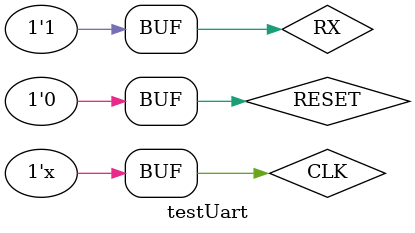
<source format=v>
`timescale 1ns / 1ps


module testUart;

	// Inputs
	reg CLK;
	reg RESET;
	reg RX;

	// Outputs
	wire TX;
	wire [7:0] LEDS;

	// Instantiate the Unit Under Test (UUT)
	pruebaUART uut (
		.CLK(CLK), 
		.RESET(RESET), 
		.RX(RX), 
		.TX(TX), 
		.LEDS(LEDS)
	);

	initial begin
		// Initialize Inputs
		CLK = 0;
		RESET = 1;
		RX = 1;

		// Wait 100 ns for global reset to finish
		#100;
		RESET=0;
		#100
		RX=0;			//bit de inicio
		
		
		#95226
		RX = 1;
		#95226 
		RX = 0;
		#95226 
		RX = 1;
		#95226 
		RX = 0;
		#95226 
		RX = 1;
		#95226 
		RX = 0;
		#95226 
		RX = 1;
		#95226 
		RX = 0;
		
		#95226 
		RX = 1;

        
		// Add stimulus here

	end
	
		always	begin
	#1
	CLK=~CLK;
	end
      
endmodule


</source>
